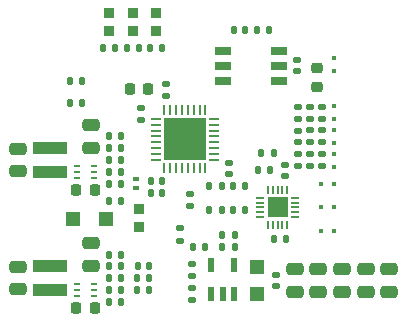
<source format=gbr>
%TF.GenerationSoftware,KiCad,Pcbnew,(6.0.10)*%
%TF.CreationDate,2024-02-10T14:34:54+01:00*%
%TF.ProjectId,TMC6300_HAL,544d4336-3330-4305-9f48-414c2e6b6963,rev?*%
%TF.SameCoordinates,Original*%
%TF.FileFunction,Paste,Top*%
%TF.FilePolarity,Positive*%
%FSLAX46Y46*%
G04 Gerber Fmt 4.6, Leading zero omitted, Abs format (unit mm)*
G04 Created by KiCad (PCBNEW (6.0.10)) date 2024-02-10 14:34:54*
%MOMM*%
%LPD*%
G01*
G04 APERTURE LIST*
G04 Aperture macros list*
%AMRoundRect*
0 Rectangle with rounded corners*
0 $1 Rounding radius*
0 $2 $3 $4 $5 $6 $7 $8 $9 X,Y pos of 4 corners*
0 Add a 4 corners polygon primitive as box body*
4,1,4,$2,$3,$4,$5,$6,$7,$8,$9,$2,$3,0*
0 Add four circle primitives for the rounded corners*
1,1,$1+$1,$2,$3*
1,1,$1+$1,$4,$5*
1,1,$1+$1,$6,$7*
1,1,$1+$1,$8,$9*
0 Add four rect primitives between the rounded corners*
20,1,$1+$1,$2,$3,$4,$5,0*
20,1,$1+$1,$4,$5,$6,$7,0*
20,1,$1+$1,$6,$7,$8,$9,0*
20,1,$1+$1,$8,$9,$2,$3,0*%
G04 Aperture macros list end*
%ADD10RoundRect,0.135000X-0.135000X-0.185000X0.135000X-0.185000X0.135000X0.185000X-0.135000X0.185000X0*%
%ADD11R,0.950000X0.950000*%
%ADD12RoundRect,0.135000X0.135000X0.185000X-0.135000X0.185000X-0.135000X-0.185000X0.135000X-0.185000X0*%
%ADD13RoundRect,0.140000X0.140000X0.170000X-0.140000X0.170000X-0.140000X-0.170000X0.140000X-0.170000X0*%
%ADD14R,0.500000X0.400000*%
%ADD15R,1.200000X1.200000*%
%ADD16R,3.000000X1.000000*%
%ADD17R,0.600000X0.250000*%
%ADD18RoundRect,0.225000X0.225000X0.250000X-0.225000X0.250000X-0.225000X-0.250000X0.225000X-0.250000X0*%
%ADD19RoundRect,0.250000X-0.475000X0.250000X-0.475000X-0.250000X0.475000X-0.250000X0.475000X0.250000X0*%
%ADD20RoundRect,0.135000X-0.185000X0.135000X-0.185000X-0.135000X0.185000X-0.135000X0.185000X0.135000X0*%
%ADD21R,0.430000X0.320000*%
%ADD22R,0.320000X0.430000*%
%ADD23R,0.850000X0.250000*%
%ADD24R,0.250000X0.850000*%
%ADD25R,3.600000X3.600000*%
%ADD26RoundRect,0.140000X-0.170000X0.140000X-0.170000X-0.140000X0.170000X-0.140000X0.170000X0.140000X0*%
%ADD27RoundRect,0.225000X-0.250000X0.225000X-0.250000X-0.225000X0.250000X-0.225000X0.250000X0.225000X0*%
%ADD28R,1.150000X1.150000*%
%ADD29R,1.385000X0.650000*%
%ADD30R,0.200000X0.800000*%
%ADD31R,0.800000X0.200000*%
%ADD32R,1.800000X1.800000*%
%ADD33RoundRect,0.140000X0.170000X-0.140000X0.170000X0.140000X-0.170000X0.140000X-0.170000X-0.140000X0*%
%ADD34RoundRect,0.135000X0.185000X-0.135000X0.185000X0.135000X-0.185000X0.135000X-0.185000X-0.135000X0*%
%ADD35RoundRect,0.140000X-0.140000X-0.170000X0.140000X-0.170000X0.140000X0.170000X-0.140000X0.170000X0*%
%ADD36R,0.600000X1.200000*%
%ADD37RoundRect,0.225000X-0.225000X-0.250000X0.225000X-0.250000X0.225000X0.250000X-0.225000X0.250000X0*%
G04 APERTURE END LIST*
D10*
%TO.C,R109*%
X220490000Y-61000000D03*
X221510000Y-61000000D03*
%TD*%
%TO.C,R108*%
X218490000Y-61000000D03*
X219510000Y-61000000D03*
%TD*%
D11*
%TO.C,LED103*%
X221000000Y-58050000D03*
X221000000Y-59550000D03*
%TD*%
%TO.C,LED102*%
X219000000Y-58050000D03*
X219000000Y-59550000D03*
%TD*%
D10*
%TO.C,R107*%
X220410000Y-80500000D03*
X219390000Y-80500000D03*
%TD*%
D12*
%TO.C,R106*%
X219390000Y-81500000D03*
X220410000Y-81500000D03*
%TD*%
D13*
%TO.C,C108*%
X219420000Y-79500000D03*
X220380000Y-79500000D03*
%TD*%
D10*
%TO.C,R105*%
X216490000Y-61000000D03*
X217510000Y-61000000D03*
%TD*%
D11*
%TO.C,LED101*%
X217000000Y-58050000D03*
X217000000Y-59550000D03*
%TD*%
D14*
%TO.C,FB101*%
X219300000Y-72100000D03*
X219300000Y-72900000D03*
%TD*%
D13*
%TO.C,C107*%
X221480000Y-72300000D03*
X220520000Y-72300000D03*
%TD*%
%TO.C,C106*%
X221480000Y-73300000D03*
X220520000Y-73300000D03*
%TD*%
D15*
%TO.C,D301*%
X213900000Y-75500000D03*
X216700000Y-75500000D03*
%TD*%
D12*
%TO.C,R311*%
X218010000Y-74000000D03*
X216990000Y-74000000D03*
%TD*%
%TO.C,R310*%
X218010000Y-68500000D03*
X216990000Y-68500000D03*
%TD*%
D10*
%TO.C,R309*%
X216990000Y-69500000D03*
X218010000Y-69500000D03*
%TD*%
D12*
%TO.C,R308*%
X216990000Y-78500000D03*
X218010000Y-78500000D03*
%TD*%
D10*
%TO.C,R307*%
X218010000Y-79500000D03*
X216990000Y-79500000D03*
%TD*%
%TO.C,R306*%
X218010000Y-70500000D03*
X216990000Y-70500000D03*
%TD*%
%TO.C,R305*%
X218010000Y-80500000D03*
X216990000Y-80500000D03*
%TD*%
D12*
%TO.C,R304*%
X218010000Y-71500000D03*
X216990000Y-71500000D03*
%TD*%
%TO.C,R303*%
X216990000Y-81500000D03*
X218010000Y-81500000D03*
%TD*%
D10*
%TO.C,R302*%
X216990000Y-72500000D03*
X218010000Y-72500000D03*
%TD*%
%TO.C,R301*%
X218010000Y-82500000D03*
X216990000Y-82500000D03*
%TD*%
D11*
%TO.C,LED301*%
X219500000Y-76150000D03*
X219500000Y-74650000D03*
%TD*%
D16*
%TO.C,L302*%
X212000000Y-69500000D03*
X212000000Y-71500000D03*
%TD*%
%TO.C,L301*%
X212000000Y-81500000D03*
X212000000Y-79500000D03*
%TD*%
D17*
%TO.C,IC302*%
X214300000Y-71000000D03*
X214300000Y-71500000D03*
X214300000Y-72000000D03*
X215700000Y-72000000D03*
X215700000Y-71500000D03*
X215700000Y-71000000D03*
%TD*%
%TO.C,IC301*%
X215700000Y-81000000D03*
X215700000Y-81500000D03*
X215700000Y-82000000D03*
X214300000Y-82000000D03*
X214300000Y-81500000D03*
X214300000Y-81000000D03*
%TD*%
D18*
%TO.C,C306*%
X214225000Y-73000000D03*
X215775000Y-73000000D03*
%TD*%
%TO.C,C305*%
X215775000Y-83000000D03*
X214225000Y-83000000D03*
%TD*%
D19*
%TO.C,C304*%
X215500000Y-67550000D03*
X215500000Y-69450000D03*
%TD*%
%TO.C,C303*%
X215500000Y-79450000D03*
X215500000Y-77550000D03*
%TD*%
%TO.C,C302*%
X209300000Y-69550000D03*
X209300000Y-71450000D03*
%TD*%
%TO.C,C301*%
X209300000Y-81450000D03*
X209300000Y-79550000D03*
%TD*%
%TO.C,C204*%
X236700000Y-79750000D03*
X236700000Y-81650000D03*
%TD*%
D20*
%TO.C,R101*%
X221800000Y-64040000D03*
X221800000Y-65060000D03*
%TD*%
D21*
%TO.C,D102*%
X234950000Y-74500000D03*
X236050000Y-74500000D03*
%TD*%
D22*
%TO.C,D401*%
X236000000Y-67050000D03*
X236000000Y-65950000D03*
%TD*%
D10*
%TO.C,R205*%
X229890000Y-69900000D03*
X230910000Y-69900000D03*
%TD*%
D23*
%TO.C,IC101*%
X220950000Y-67000000D03*
X220950000Y-67500000D03*
X220950000Y-68000000D03*
X220950000Y-68500000D03*
X220950000Y-69000000D03*
X220950000Y-69500000D03*
X220950000Y-70000000D03*
X220950000Y-70500000D03*
D24*
X221650000Y-71200000D03*
X222150000Y-71200000D03*
X222650000Y-71200000D03*
X223150000Y-71200000D03*
X223650000Y-71200000D03*
X224150000Y-71200000D03*
X224650000Y-71200000D03*
X225150000Y-71200000D03*
D23*
X225850000Y-70500000D03*
X225850000Y-70000000D03*
X225850000Y-69500000D03*
X225850000Y-69000000D03*
X225850000Y-68500000D03*
X225850000Y-68000000D03*
X225850000Y-67500000D03*
X225850000Y-67000000D03*
D24*
X225150000Y-66300000D03*
X224650000Y-66300000D03*
X224150000Y-66300000D03*
X223650000Y-66300000D03*
X223150000Y-66300000D03*
X222650000Y-66300000D03*
X222150000Y-66300000D03*
X221650000Y-66300000D03*
D25*
X223400000Y-68750000D03*
%TD*%
D20*
%TO.C,R405*%
X234000000Y-69990000D03*
X234000000Y-71010000D03*
%TD*%
D10*
%TO.C,R204*%
X225490000Y-74700000D03*
X226510000Y-74700000D03*
%TD*%
D26*
%TO.C,C102*%
X227150000Y-70750000D03*
X227150000Y-71710000D03*
%TD*%
D19*
%TO.C,C205*%
X234700000Y-79750000D03*
X234700000Y-81650000D03*
%TD*%
D27*
%TO.C,C403*%
X234600000Y-62725000D03*
X234600000Y-64275000D03*
%TD*%
D13*
%TO.C,C209*%
X231930000Y-77200000D03*
X230970000Y-77200000D03*
%TD*%
D20*
%TO.C,R208*%
X224000000Y-81290000D03*
X224000000Y-82310000D03*
%TD*%
D28*
%TO.C,R212*%
X229500000Y-79525000D03*
X229500000Y-81875000D03*
%TD*%
D10*
%TO.C,R202*%
X225490000Y-72700000D03*
X226510000Y-72700000D03*
%TD*%
D29*
%TO.C,J104*%
X231408000Y-63770000D03*
X226592000Y-63770000D03*
X231408000Y-62500000D03*
X226592000Y-62500000D03*
X231408000Y-61230000D03*
X226592000Y-61230000D03*
%TD*%
D26*
%TO.C,C207*%
X231900000Y-70920000D03*
X231900000Y-71880000D03*
%TD*%
D21*
%TO.C,D103*%
X234950000Y-76500000D03*
X236050000Y-76500000D03*
%TD*%
D30*
%TO.C,IC201*%
X232050000Y-73000000D03*
X231650000Y-73000000D03*
X231250000Y-73000000D03*
X230850000Y-73000000D03*
X230450000Y-73000000D03*
D31*
X229750000Y-73700000D03*
X229750000Y-74100000D03*
X229750000Y-74500000D03*
X229750000Y-74900000D03*
X229750000Y-75300000D03*
D30*
X230450000Y-76000000D03*
X230850000Y-76000000D03*
X231250000Y-76000000D03*
X231650000Y-76000000D03*
X232050000Y-76000000D03*
D31*
X232750000Y-75300000D03*
X232750000Y-74900000D03*
X232750000Y-74500000D03*
X232750000Y-74100000D03*
X232750000Y-73700000D03*
D32*
X231250000Y-74500000D03*
%TD*%
D26*
%TO.C,C208*%
X224000000Y-79320000D03*
X224000000Y-80280000D03*
%TD*%
D33*
%TO.C,C101*%
X219700000Y-67080000D03*
X219700000Y-66120000D03*
%TD*%
D26*
%TO.C,C201*%
X231100000Y-80220000D03*
X231100000Y-81180000D03*
%TD*%
D19*
%TO.C,C206*%
X238700000Y-79750000D03*
X238700000Y-81650000D03*
%TD*%
D22*
%TO.C,D402*%
X236000000Y-62950000D03*
X236000000Y-61850000D03*
%TD*%
D12*
%TO.C,R103*%
X214710000Y-65700000D03*
X213690000Y-65700000D03*
%TD*%
D34*
%TO.C,R402*%
X235000000Y-67010000D03*
X235000000Y-65990000D03*
%TD*%
D20*
%TO.C,R210*%
X223000000Y-76290000D03*
X223000000Y-77310000D03*
%TD*%
D26*
%TO.C,C104*%
X232900000Y-62020000D03*
X232900000Y-62980000D03*
%TD*%
D35*
%TO.C,C105*%
X227530000Y-59500000D03*
X228490000Y-59500000D03*
%TD*%
D20*
%TO.C,R207*%
X223800000Y-73390000D03*
X223800000Y-74410000D03*
%TD*%
D10*
%TO.C,R102*%
X213690000Y-63800000D03*
X214710000Y-63800000D03*
%TD*%
%TO.C,R104*%
X229500000Y-59500000D03*
X230520000Y-59500000D03*
%TD*%
D12*
%TO.C,R206*%
X228510000Y-74700000D03*
X227490000Y-74700000D03*
%TD*%
D10*
%TO.C,R201*%
X227490000Y-72700000D03*
X228510000Y-72700000D03*
%TD*%
D34*
%TO.C,R403*%
X234000000Y-69000000D03*
X234000000Y-67980000D03*
%TD*%
D12*
%TO.C,R211*%
X227610000Y-77900000D03*
X226590000Y-77900000D03*
%TD*%
D34*
%TO.C,R406*%
X235000000Y-71010000D03*
X235000000Y-69990000D03*
%TD*%
D19*
%TO.C,C203*%
X232700000Y-79750000D03*
X232700000Y-81650000D03*
%TD*%
%TO.C,C202*%
X240700000Y-79750000D03*
X240700000Y-81650000D03*
%TD*%
D36*
%TO.C,IC202*%
X225650000Y-81850000D03*
X226600000Y-81850000D03*
X227550000Y-81850000D03*
X227550000Y-79350000D03*
X225650000Y-79350000D03*
%TD*%
D33*
%TO.C,C402*%
X233000000Y-68980000D03*
X233000000Y-68020000D03*
%TD*%
D22*
%TO.C,D403*%
X236000000Y-67950000D03*
X236000000Y-69050000D03*
%TD*%
D37*
%TO.C,C103*%
X218725000Y-64500000D03*
X220275000Y-64500000D03*
%TD*%
D21*
%TO.C,D101*%
X234950000Y-72500000D03*
X236050000Y-72500000D03*
%TD*%
D13*
%TO.C,C210*%
X225080000Y-77900000D03*
X224120000Y-77900000D03*
%TD*%
D20*
%TO.C,R404*%
X235000000Y-67990000D03*
X235000000Y-69010000D03*
%TD*%
%TO.C,R401*%
X234000000Y-66000000D03*
X234000000Y-67020000D03*
%TD*%
D26*
%TO.C,C401*%
X233000000Y-66020000D03*
X233000000Y-66980000D03*
%TD*%
D10*
%TO.C,R209*%
X226590000Y-76800000D03*
X227610000Y-76800000D03*
%TD*%
D26*
%TO.C,C404*%
X233000000Y-70020000D03*
X233000000Y-70980000D03*
%TD*%
D22*
%TO.C,D404*%
X236000000Y-71050000D03*
X236000000Y-69950000D03*
%TD*%
D10*
%TO.C,R203*%
X229580000Y-71300000D03*
X230600000Y-71300000D03*
%TD*%
M02*

</source>
